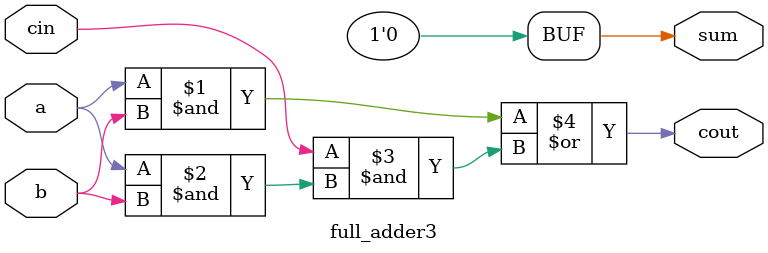
<source format=v>
module full_adder3(a,b,cin,sum,cout);
input a,b,cin;
output sum,cout;
assign sum = 1'b0;
assign cout = a&b|cin&(a&b); 
// initial begin
//     $display("The incorrect adder with xor1 having out/0");
// end   
endmodule
</source>
